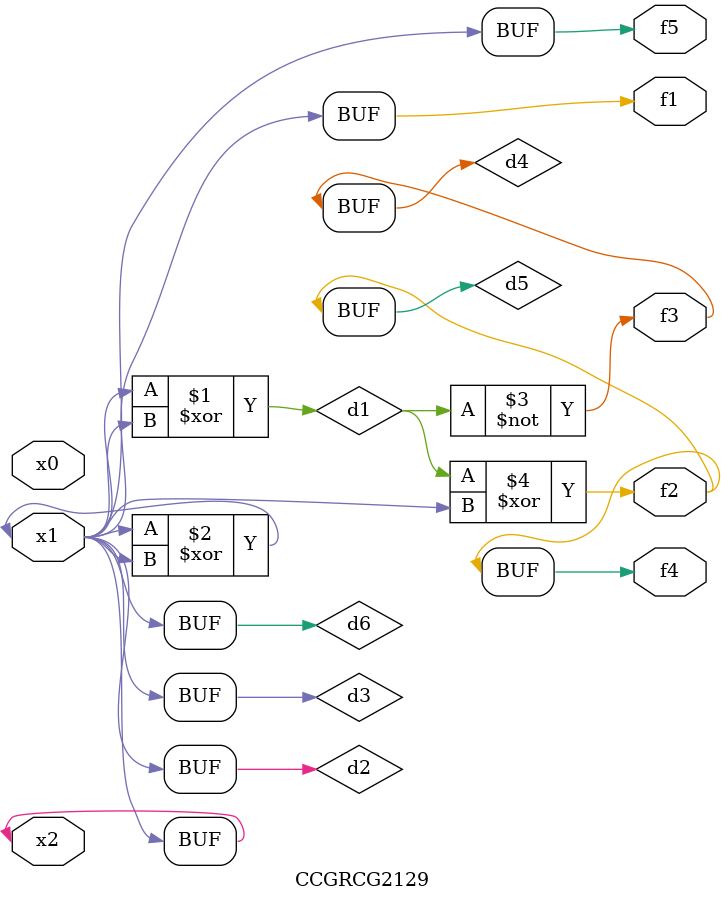
<source format=v>
module CCGRCG2129(
	input x0, x1, x2,
	output f1, f2, f3, f4, f5
);

	wire d1, d2, d3, d4, d5, d6;

	xor (d1, x1, x2);
	buf (d2, x1, x2);
	xor (d3, x1, x2);
	nor (d4, d1);
	xor (d5, d1, d2);
	buf (d6, d2, d3);
	assign f1 = d6;
	assign f2 = d5;
	assign f3 = d4;
	assign f4 = d5;
	assign f5 = d6;
endmodule

</source>
